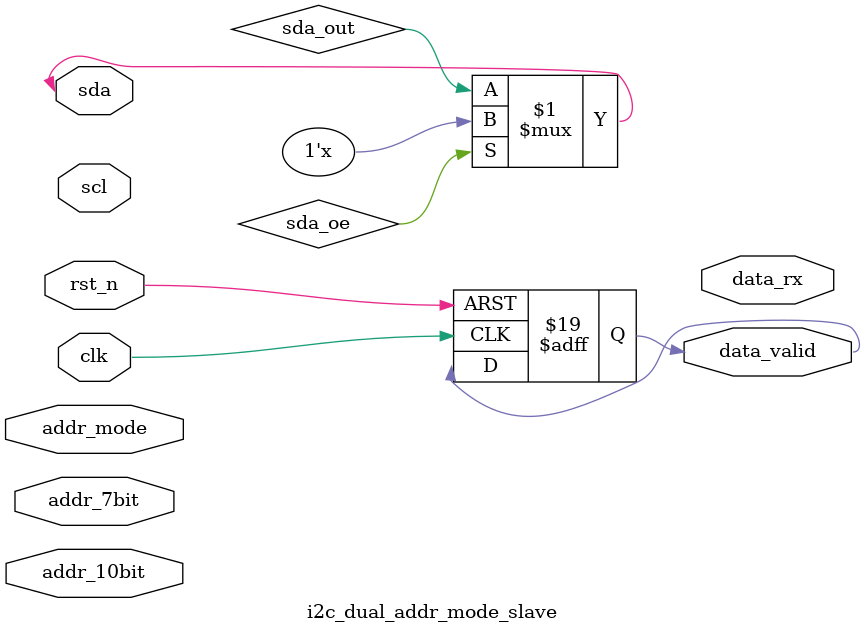
<source format=sv>
module i2c_dual_addr_mode_slave(
    input wire clk, rst_n,
    input wire [6:0] addr_7bit,
    input wire [9:0] addr_10bit,
    input wire addr_mode, // 0=7bit, 1=10bit
    output reg [7:0] data_rx,
    output reg data_valid,
    inout wire sda, scl
);
    reg [2:0] state;
    reg [9:0] addr_buffer;
    reg [7:0] data_buffer;
    reg [3:0] bit_count;
    reg sda_out, sda_oe;
    
    assign sda = sda_oe ? 1'bz : sda_out;
    
    always @(posedge clk or negedge rst_n) begin
        if (!rst_n) begin
            state <= 3'b000;
            data_valid <= 1'b0;
        end else case (state)
            3'b001: if (bit_count == 4'd8) begin
                if (!addr_mode && addr_buffer[7:1] == addr_7bit)
                    state <= 3'b010;
                else if (addr_mode && addr_buffer[7:1] == 10'b1111000000)
                    state <= 3'b100; // 10-bit addr first byte
            end
        endcase
    end
endmodule
</source>
